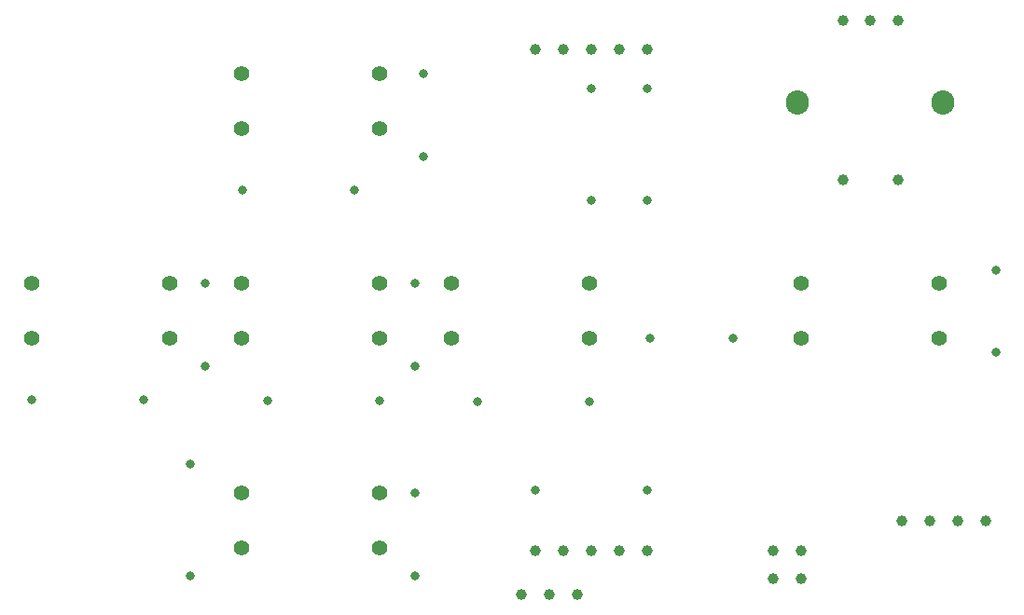
<source format=gbr>
%TF.GenerationSoftware,KiCad,Pcbnew,7.0.2*%
%TF.CreationDate,2024-06-25T09:11:42-07:00*%
%TF.ProjectId,Score-Board-LinInd-SW,53636f72-652d-4426-9f61-72642d4c696e,1.0*%
%TF.SameCoordinates,Original*%
%TF.FileFunction,Plated,1,2,PTH,Mixed*%
%TF.FilePolarity,Positive*%
%FSLAX46Y46*%
G04 Gerber Fmt 4.6, Leading zero omitted, Abs format (unit mm)*
G04 Created by KiCad (PCBNEW 7.0.2) date 2024-06-25 09:11:42*
%MOMM*%
%LPD*%
G01*
G04 APERTURE LIST*
%TA.AperFunction,ComponentDrill*%
%ADD10C,0.800000*%
%TD*%
%TA.AperFunction,ComponentDrill*%
%ADD11C,1.000000*%
%TD*%
%TA.AperFunction,ComponentDrill*%
%ADD12C,1.400000*%
%TD*%
G04 aperture for slot hole*
%TA.AperFunction,ComponentDrill*%
%ADD13O,2.100000X2.200000*%
%TD*%
G04 APERTURE END LIST*
D10*
%TO.C,R5*%
X65717000Y-131273000D03*
X75877000Y-131273000D03*
%TO.C,R8*%
X80111000Y-137103000D03*
X80111000Y-147263000D03*
%TO.C,C3*%
X81412000Y-120666000D03*
X81412000Y-128166000D03*
%TO.C,R4*%
X84809000Y-112199000D03*
%TO.C,R6*%
X87107000Y-131323000D03*
%TO.C,R4*%
X94969000Y-112199000D03*
%TO.C,R6*%
X97267000Y-131323000D03*
%TO.C,C4*%
X100486000Y-120666000D03*
X100486000Y-128166000D03*
%TO.C,C6*%
X100499000Y-139716000D03*
X100499000Y-147216000D03*
%TO.C,C2*%
X101205000Y-101616000D03*
X101205000Y-109116000D03*
%TO.C,R7*%
X106157000Y-131437000D03*
%TO.C,R3*%
X111390000Y-139451000D03*
%TO.C,R7*%
X116317000Y-131437000D03*
%TO.C,R2*%
X116470000Y-102995000D03*
X116470000Y-113155000D03*
%TO.C,R1*%
X121550000Y-102995000D03*
X121550000Y-113155000D03*
%TO.C,R3*%
X121550000Y-139451000D03*
%TO.C,C5*%
X121845000Y-125666000D03*
X129345000Y-125666000D03*
%TO.C,C1*%
X153202000Y-119451000D03*
X153202000Y-126951000D03*
D11*
%TO.C,J3*%
X110136000Y-148977000D03*
%TO.C,J2*%
X111390000Y-99440000D03*
%TO.C,J1*%
X111390000Y-144926000D03*
%TO.C,J3*%
X112676000Y-148977000D03*
%TO.C,J2*%
X113930000Y-99440000D03*
%TO.C,J1*%
X113930000Y-144926000D03*
%TO.C,J3*%
X115216000Y-148977000D03*
%TO.C,J2*%
X116470000Y-99440000D03*
%TO.C,J1*%
X116470000Y-144926000D03*
%TO.C,J2*%
X119010000Y-99440000D03*
%TO.C,J1*%
X119010000Y-144926000D03*
%TO.C,J2*%
X121550000Y-99440000D03*
%TO.C,J1*%
X121550000Y-144926000D03*
%TO.C,JP-PWR-1*%
X133026000Y-144926000D03*
X133026000Y-147466000D03*
X135566000Y-144926000D03*
X135566000Y-147466000D03*
%TO.C,RE1*%
X139309000Y-96773000D03*
X139309000Y-111273000D03*
X141809000Y-96773000D03*
X144309000Y-96773000D03*
X144309000Y-111273000D03*
%TO.C,J4*%
X144663000Y-142217000D03*
X147203000Y-142217000D03*
X149743000Y-142217000D03*
X152283000Y-142217000D03*
D12*
%TO.C,SW3*%
X65717000Y-120666000D03*
X65717000Y-125666000D03*
X78217000Y-120666000D03*
X78217000Y-125666000D03*
%TO.C,SW2*%
X84767000Y-101616000D03*
X84767000Y-106616000D03*
%TO.C,SW4*%
X84767000Y-120666000D03*
X84767000Y-125666000D03*
%TO.C,SW6*%
X84767000Y-139716000D03*
X84767000Y-144716000D03*
%TO.C,SW2*%
X97267000Y-101616000D03*
X97267000Y-106616000D03*
%TO.C,SW4*%
X97267000Y-120666000D03*
X97267000Y-125666000D03*
%TO.C,SW6*%
X97267000Y-139716000D03*
X97267000Y-144716000D03*
%TO.C,SW5*%
X103817000Y-120666000D03*
X103817000Y-125666000D03*
X116317000Y-120666000D03*
X116317000Y-125666000D03*
%TO.C,SW1*%
X135566000Y-120666000D03*
X135566000Y-125666000D03*
X148066000Y-120666000D03*
X148066000Y-125666000D03*
D13*
%TO.C,RE1*%
X135209000Y-104273000D03*
X148409000Y-104273000D03*
M02*

</source>
